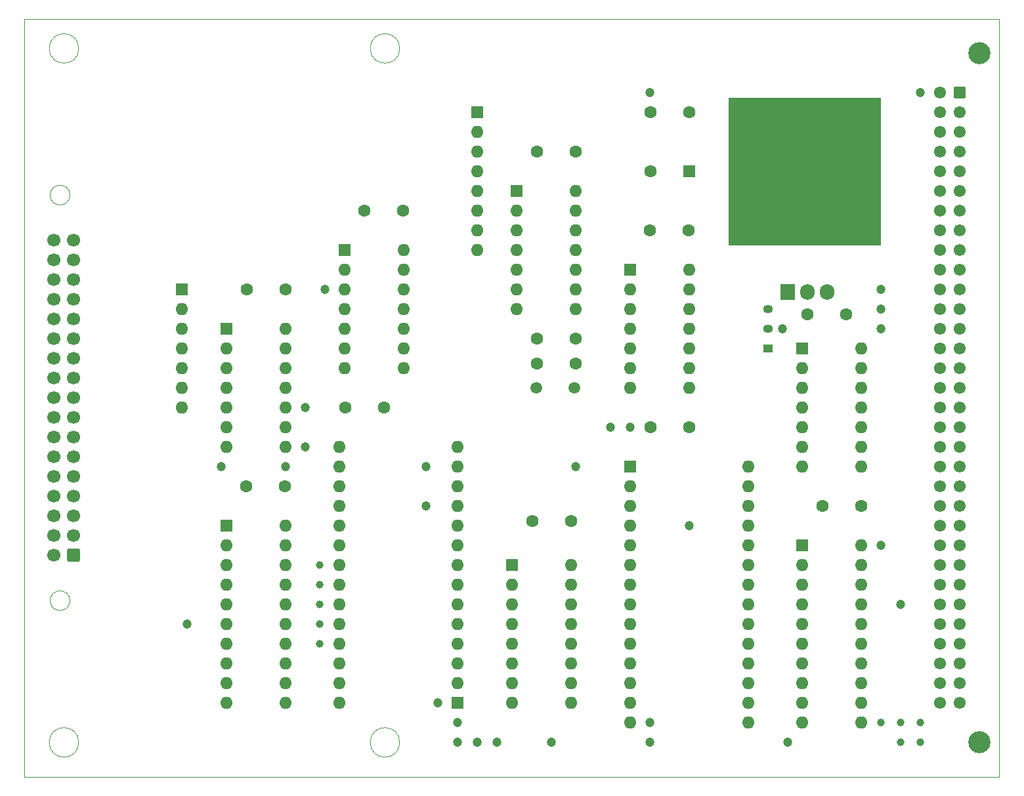
<source format=gbr>
%TF.GenerationSoftware,KiCad,Pcbnew,7.0.5-4d25ed1034~172~ubuntu22.04.1*%
%TF.CreationDate,2023-06-16T17:29:37+02:00*%
%TF.ProjectId,qdisk_v4,71646973-6b5f-4763-942e-6b696361645f,00*%
%TF.SameCoordinates,Original*%
%TF.FileFunction,Soldermask,Top*%
%TF.FilePolarity,Negative*%
%FSLAX46Y46*%
G04 Gerber Fmt 4.6, Leading zero omitted, Abs format (unit mm)*
G04 Created by KiCad (PCBNEW 7.0.5-4d25ed1034~172~ubuntu22.04.1) date 2023-06-16 17:29:37*
%MOMM*%
%LPD*%
G01*
G04 APERTURE LIST*
G04 Aperture macros list*
%AMRoundRect*
0 Rectangle with rounded corners*
0 $1 Rounding radius*
0 $2 $3 $4 $5 $6 $7 $8 $9 X,Y pos of 4 corners*
0 Add a 4 corners polygon primitive as box body*
4,1,4,$2,$3,$4,$5,$6,$7,$8,$9,$2,$3,0*
0 Add four circle primitives for the rounded corners*
1,1,$1+$1,$2,$3*
1,1,$1+$1,$4,$5*
1,1,$1+$1,$6,$7*
1,1,$1+$1,$8,$9*
0 Add four rect primitives between the rounded corners*
20,1,$1+$1,$2,$3,$4,$5,0*
20,1,$1+$1,$4,$5,$6,$7,0*
20,1,$1+$1,$6,$7,$8,$9,0*
20,1,$1+$1,$8,$9,$2,$3,0*%
G04 Aperture macros list end*
%ADD10C,1.550000*%
%ADD11RoundRect,0.249999X0.525001X-0.525001X0.525001X0.525001X-0.525001X0.525001X-0.525001X-0.525001X0*%
%ADD12C,2.850000*%
%ADD13O,3.500000X3.500000*%
%ADD14R,1.905000X2.000000*%
%ADD15O,1.905000X2.000000*%
%ADD16C,1.600000*%
%ADD17R,1.600000X1.600000*%
%ADD18O,1.600000X1.600000*%
%ADD19C,1.500000*%
%ADD20RoundRect,0.250000X0.600000X0.600000X-0.600000X0.600000X-0.600000X-0.600000X0.600000X-0.600000X0*%
%ADD21C,1.700000*%
%ADD22R,1.300000X1.050000*%
%ADD23O,1.300000X1.050000*%
%ADD24C,1.200000*%
%ADD25C,1.000000*%
%TA.AperFunction,Profile*%
%ADD26C,0.050000*%
%TD*%
G04 APERTURE END LIST*
D10*
%TO.C,J1*%
X189992000Y-133223000D03*
X189992000Y-130683000D03*
X189992000Y-128143000D03*
X189992000Y-125603000D03*
X189992000Y-123063000D03*
X189992000Y-120523000D03*
X189992000Y-117983000D03*
X189992000Y-115443000D03*
X189992000Y-112903000D03*
X189992000Y-110363000D03*
X189992000Y-107823000D03*
X189992000Y-105283000D03*
X189992000Y-102743000D03*
X189992000Y-100203000D03*
X189992000Y-97663000D03*
X189992000Y-95123000D03*
X189992000Y-92583000D03*
X189992000Y-90043000D03*
X189992000Y-87503000D03*
X189992000Y-84963000D03*
X189992000Y-82423000D03*
X189992000Y-79883000D03*
X189992000Y-77343000D03*
X189992000Y-74803000D03*
X189992000Y-72263000D03*
X189992000Y-69723000D03*
X189992000Y-67183000D03*
X189992000Y-64643000D03*
X189992000Y-62103000D03*
X189992000Y-59563000D03*
X189992000Y-57023000D03*
X189992000Y-54483000D03*
X192532000Y-133223000D03*
X192532000Y-130683000D03*
X192532000Y-128143000D03*
X192532000Y-125603000D03*
X192532000Y-123063000D03*
X192532000Y-120523000D03*
X192532000Y-117983000D03*
X192532000Y-115443000D03*
X192532000Y-112903000D03*
X192532000Y-110363000D03*
X192532000Y-107823000D03*
X192532000Y-105283000D03*
X192532000Y-102743000D03*
X192532000Y-100203000D03*
X192532000Y-97663000D03*
X192532000Y-95123000D03*
X192532000Y-92583000D03*
X192532000Y-90043000D03*
X192532000Y-87503000D03*
X192532000Y-84963000D03*
X192532000Y-82423000D03*
X192532000Y-79883000D03*
X192532000Y-77343000D03*
X192532000Y-74803000D03*
X192532000Y-72263000D03*
X192532000Y-69723000D03*
X192532000Y-67183000D03*
X192532000Y-64643000D03*
X192532000Y-62103000D03*
X192532000Y-59563000D03*
X192532000Y-57023000D03*
D11*
X192532000Y-54483000D03*
D12*
X195072000Y-138303000D03*
X195072000Y-49403000D03*
%TD*%
D13*
%TO.C,U1*%
X172847000Y-63563000D03*
D14*
X170307000Y-80223000D03*
D15*
X172847000Y-80223000D03*
X175387000Y-80223000D03*
%TD*%
D16*
%TO.C,C6*%
X157607000Y-97663000D03*
X152607000Y-97663000D03*
%TD*%
%TO.C,C3*%
X157607000Y-57023000D03*
X152607000Y-57023000D03*
%TD*%
D17*
%TO.C,U9*%
X149987000Y-102743000D03*
D18*
X149987000Y-105283000D03*
X149987000Y-107823000D03*
X149987000Y-110363000D03*
X149987000Y-112903000D03*
X149987000Y-115443000D03*
X149987000Y-117983000D03*
X149987000Y-120523000D03*
X149987000Y-123063000D03*
X149987000Y-125603000D03*
X149987000Y-128143000D03*
X149987000Y-130683000D03*
X149987000Y-133223000D03*
X149987000Y-135763000D03*
X165227000Y-135763000D03*
X165227000Y-133223000D03*
X165227000Y-130683000D03*
X165227000Y-128143000D03*
X165227000Y-125603000D03*
X165227000Y-123063000D03*
X165227000Y-120523000D03*
X165227000Y-117983000D03*
X165227000Y-115443000D03*
X165227000Y-112903000D03*
X165227000Y-110363000D03*
X165227000Y-107823000D03*
X165227000Y-105283000D03*
X165227000Y-102743000D03*
%TD*%
D17*
%TO.C,U5*%
X172197000Y-112908000D03*
D18*
X172197000Y-115448000D03*
X172197000Y-117988000D03*
X172197000Y-120528000D03*
X172197000Y-123068000D03*
X172197000Y-125608000D03*
X172197000Y-128148000D03*
X172197000Y-130688000D03*
X172197000Y-133228000D03*
X172197000Y-135768000D03*
X179817000Y-135768000D03*
X179817000Y-133228000D03*
X179817000Y-130688000D03*
X179817000Y-128148000D03*
X179817000Y-125608000D03*
X179817000Y-123068000D03*
X179817000Y-120528000D03*
X179817000Y-117988000D03*
X179817000Y-115448000D03*
X179817000Y-112908000D03*
%TD*%
D17*
%TO.C,U6*%
X135382000Y-67183000D03*
D18*
X135382000Y-69723000D03*
X135382000Y-72263000D03*
X135382000Y-74803000D03*
X135382000Y-77343000D03*
X135382000Y-79883000D03*
X135382000Y-82423000D03*
X143002000Y-82423000D03*
X143002000Y-79883000D03*
X143002000Y-77343000D03*
X143002000Y-74803000D03*
X143002000Y-72263000D03*
X143002000Y-69723000D03*
X143002000Y-67183000D03*
%TD*%
D19*
%TO.C,Y1*%
X137922000Y-92553000D03*
X142822000Y-92553000D03*
%TD*%
D17*
%TO.C,U8*%
X97917000Y-110363000D03*
D18*
X97917000Y-112903000D03*
X97917000Y-115443000D03*
X97917000Y-117983000D03*
X97917000Y-120523000D03*
X97917000Y-123063000D03*
X97917000Y-125603000D03*
X97917000Y-128143000D03*
X97917000Y-130683000D03*
X97917000Y-133223000D03*
X105537000Y-133223000D03*
X105537000Y-130683000D03*
X105537000Y-128143000D03*
X105537000Y-125603000D03*
X105537000Y-123063000D03*
X105537000Y-120523000D03*
X105537000Y-117983000D03*
X105537000Y-115443000D03*
X105537000Y-112903000D03*
X105537000Y-110363000D03*
%TD*%
D20*
%TO.C,J2*%
X78232000Y-114173000D03*
D21*
X75692000Y-114173000D03*
X78232000Y-111633000D03*
X75692000Y-111633000D03*
X78232000Y-109093000D03*
X75692000Y-109093000D03*
X78232000Y-106553000D03*
X75692000Y-106553000D03*
X78232000Y-104013000D03*
X75692000Y-104013000D03*
X78232000Y-101473000D03*
X75692000Y-101473000D03*
X78232000Y-98933000D03*
X75692000Y-98933000D03*
X78232000Y-96393000D03*
X75692000Y-96393000D03*
X78232000Y-93853000D03*
X75692000Y-93853000D03*
X78232000Y-91313000D03*
X75692000Y-91313000D03*
X78232000Y-88773000D03*
X75692000Y-88773000D03*
X78232000Y-86233000D03*
X75692000Y-86233000D03*
X78232000Y-83693000D03*
X75692000Y-83693000D03*
X78232000Y-81153000D03*
X75692000Y-81153000D03*
X78232000Y-78613000D03*
X75692000Y-78613000D03*
X78232000Y-76073000D03*
X75692000Y-76073000D03*
X78232000Y-73533000D03*
X75692000Y-73533000D03*
%TD*%
D16*
%TO.C,C5*%
X157567000Y-72263000D03*
X152567000Y-72263000D03*
%TD*%
%TO.C,C12*%
X118237000Y-95123000D03*
X113237000Y-95123000D03*
%TD*%
D17*
%TO.C,U4*%
X149987000Y-77343000D03*
D18*
X149987000Y-79883000D03*
X149987000Y-82423000D03*
X149987000Y-84963000D03*
X149987000Y-87503000D03*
X149987000Y-90043000D03*
X149987000Y-92583000D03*
X157607000Y-92583000D03*
X157607000Y-90043000D03*
X157607000Y-87503000D03*
X157607000Y-84963000D03*
X157607000Y-82423000D03*
X157607000Y-79883000D03*
X157607000Y-77343000D03*
%TD*%
D17*
%TO.C,U10*%
X127762000Y-133223000D03*
D18*
X127762000Y-130683000D03*
X127762000Y-128143000D03*
X127762000Y-125603000D03*
X127762000Y-123063000D03*
X127762000Y-120523000D03*
X127762000Y-117983000D03*
X127762000Y-115443000D03*
X127762000Y-112903000D03*
X127762000Y-110363000D03*
X127762000Y-107823000D03*
X127762000Y-105283000D03*
X127762000Y-102743000D03*
X127762000Y-100203000D03*
X112522000Y-100203000D03*
X112522000Y-102743000D03*
X112522000Y-105283000D03*
X112522000Y-107823000D03*
X112522000Y-110363000D03*
X112522000Y-112903000D03*
X112522000Y-115443000D03*
X112522000Y-117983000D03*
X112522000Y-120523000D03*
X112522000Y-123063000D03*
X112522000Y-125603000D03*
X112522000Y-128143000D03*
X112522000Y-130683000D03*
X112522000Y-133223000D03*
%TD*%
D17*
%TO.C,C4*%
X157607000Y-64643000D03*
D16*
X152607000Y-64643000D03*
%TD*%
%TO.C,C14*%
X105457000Y-105283000D03*
X100457000Y-105283000D03*
%TD*%
D17*
%TO.C,RP1*%
X130302000Y-57023000D03*
D18*
X130302000Y-59563000D03*
X130302000Y-62103000D03*
X130302000Y-64643000D03*
X130302000Y-67183000D03*
X130302000Y-69723000D03*
X130302000Y-72263000D03*
X130302000Y-74803000D03*
%TD*%
D16*
%TO.C,C8*%
X138002000Y-86233000D03*
X143002000Y-86233000D03*
%TD*%
D17*
%TO.C,RP2*%
X92202000Y-79883000D03*
D18*
X92202000Y-82423000D03*
X92202000Y-84963000D03*
X92202000Y-87503000D03*
X92202000Y-90043000D03*
X92202000Y-92583000D03*
X92202000Y-95123000D03*
%TD*%
D16*
%TO.C,C2*%
X179832000Y-107823000D03*
X174832000Y-107823000D03*
%TD*%
%TO.C,C1*%
X177887000Y-83058000D03*
X172887000Y-83058000D03*
%TD*%
D17*
%TO.C,U7*%
X97917000Y-84958000D03*
D18*
X97917000Y-87498000D03*
X97917000Y-90038000D03*
X97917000Y-92578000D03*
X97917000Y-95118000D03*
X97917000Y-97658000D03*
X97917000Y-100198000D03*
X105537000Y-100198000D03*
X105537000Y-97658000D03*
X105537000Y-95118000D03*
X105537000Y-92578000D03*
X105537000Y-90038000D03*
X105537000Y-87498000D03*
X105537000Y-84958000D03*
%TD*%
D16*
%TO.C,C10*%
X142367000Y-109728000D03*
X137367000Y-109728000D03*
%TD*%
D22*
%TO.C,Q1*%
X167767000Y-87503000D03*
D23*
X167767000Y-84963000D03*
X167767000Y-82423000D03*
%TD*%
D16*
%TO.C,C9*%
X138002000Y-89408000D03*
X143002000Y-89408000D03*
%TD*%
D17*
%TO.C,U3*%
X113157000Y-74803000D03*
D18*
X113157000Y-77343000D03*
X113157000Y-79883000D03*
X113157000Y-82423000D03*
X113157000Y-84963000D03*
X113157000Y-87503000D03*
X113157000Y-90043000D03*
X120777000Y-90043000D03*
X120777000Y-87503000D03*
X120777000Y-84963000D03*
X120777000Y-82423000D03*
X120777000Y-79883000D03*
X120777000Y-77343000D03*
X120777000Y-74803000D03*
%TD*%
D16*
%TO.C,C11*%
X120737000Y-69723000D03*
X115737000Y-69723000D03*
%TD*%
%TO.C,C7*%
X143002000Y-62103000D03*
X138002000Y-62103000D03*
%TD*%
D17*
%TO.C,U11*%
X134747000Y-115443000D03*
D18*
X134747000Y-117983000D03*
X134747000Y-120523000D03*
X134747000Y-123063000D03*
X134747000Y-125603000D03*
X134747000Y-128143000D03*
X134747000Y-130683000D03*
X134747000Y-133223000D03*
X142367000Y-133223000D03*
X142367000Y-130683000D03*
X142367000Y-128143000D03*
X142367000Y-125603000D03*
X142367000Y-123063000D03*
X142367000Y-120523000D03*
X142367000Y-117983000D03*
X142367000Y-115443000D03*
%TD*%
D16*
%TO.C,C13*%
X105537000Y-79883000D03*
X100537000Y-79883000D03*
%TD*%
D17*
%TO.C,U2*%
X172212000Y-87503000D03*
D18*
X172212000Y-90043000D03*
X172212000Y-92583000D03*
X172212000Y-95123000D03*
X172212000Y-97663000D03*
X172212000Y-100203000D03*
X172212000Y-102743000D03*
X179832000Y-102743000D03*
X179832000Y-100203000D03*
X179832000Y-97663000D03*
X179832000Y-95123000D03*
X179832000Y-92583000D03*
X179832000Y-90043000D03*
X179832000Y-87503000D03*
%TD*%
D24*
X108077000Y-95123000D03*
X182372000Y-112903000D03*
X152527000Y-54483000D03*
X149987000Y-97663000D03*
X182372000Y-79883000D03*
X182372000Y-82423000D03*
X182372000Y-84963000D03*
X184912000Y-120523000D03*
X187452000Y-54483000D03*
X147447000Y-97663000D03*
D25*
X182372000Y-135763000D03*
D24*
X152527000Y-135763000D03*
X130302000Y-138303000D03*
X152527000Y-138303000D03*
D25*
X184912000Y-135763000D03*
D24*
X132842000Y-138303000D03*
D25*
X184912000Y-138303000D03*
D24*
X125222000Y-133223000D03*
X170307000Y-138303000D03*
D25*
X187452000Y-135763000D03*
D24*
X127762000Y-138303000D03*
D25*
X187452000Y-138303000D03*
D24*
X139827000Y-138303000D03*
X92837000Y-123063000D03*
X97282000Y-102743000D03*
X108077000Y-100203000D03*
X127762000Y-135763000D03*
X157607000Y-110363000D03*
X169672000Y-84963000D03*
X110617000Y-79883000D03*
D25*
X109982000Y-115443000D03*
X109982000Y-117983000D03*
X109982000Y-123063000D03*
X109982000Y-120523000D03*
X109982000Y-125603000D03*
D24*
X123698000Y-107823000D03*
X105537000Y-102743000D03*
X123698000Y-102743000D03*
X143002000Y-102743000D03*
G36*
X182314121Y-55138002D02*
G01*
X182360614Y-55191658D01*
X182372000Y-55244000D01*
X182372000Y-74042000D01*
X182351998Y-74110121D01*
X182298342Y-74156614D01*
X182246000Y-74168000D01*
X162813000Y-74168000D01*
X162744879Y-74147998D01*
X162698386Y-74094342D01*
X162687000Y-74042000D01*
X162687000Y-55244000D01*
X162707002Y-55175879D01*
X162760658Y-55129386D01*
X162813000Y-55118000D01*
X182246000Y-55118000D01*
X182314121Y-55138002D01*
G37*
D26*
X197612000Y-44958000D02*
X71882000Y-44958000D01*
X77724000Y-67691000D02*
G75*
G03*
X77724000Y-67691000I-1270000J0D01*
G01*
X77724000Y-120015000D02*
G75*
G03*
X77724000Y-120015000I-1270000J0D01*
G01*
X78867000Y-48768000D02*
G75*
G03*
X78867000Y-48768000I-1905000J0D01*
G01*
X120269000Y-138303000D02*
G75*
G03*
X120269000Y-138303000I-1905000J0D01*
G01*
X197612000Y-142748000D02*
X197612000Y-44958000D01*
X71882000Y-44958000D02*
X71882000Y-142748000D01*
X120269000Y-48768000D02*
G75*
G03*
X120269000Y-48768000I-1905000J0D01*
G01*
X71882000Y-142748000D02*
X197612000Y-142748000D01*
X78867000Y-138303000D02*
G75*
G03*
X78867000Y-138303000I-1905000J0D01*
G01*
M02*

</source>
